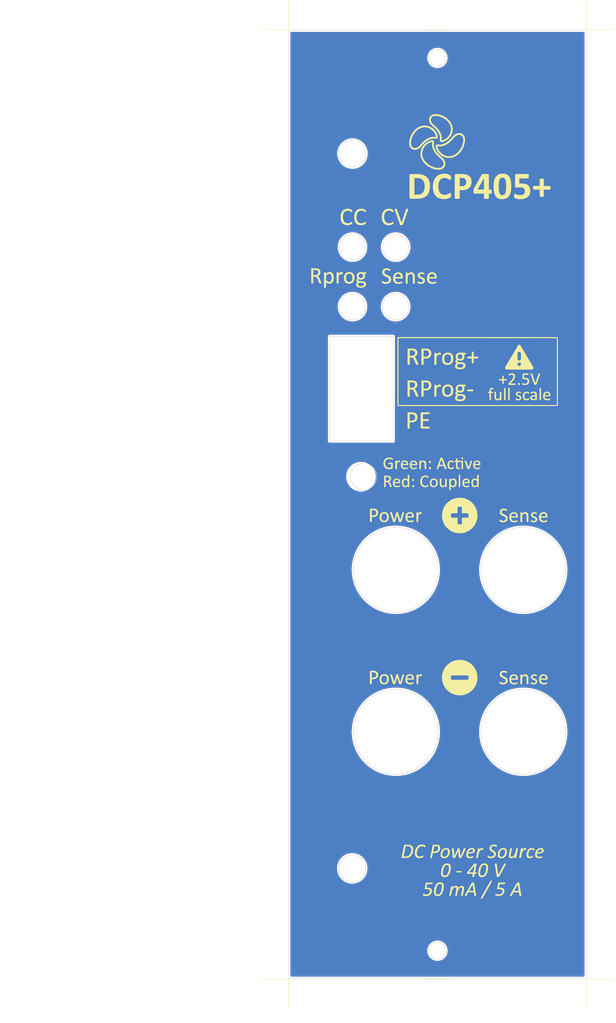
<source format=kicad_pcb>
(kicad_pcb (version 20241229) (generator "pcbnew") (generator_version "9.0")
  (title_block (title "DCP405+ Front mask") (date "2025-10-04") (rev "r4B2") (company "Envox d.o.o."))
  (layers (0 "F.Cu" signal) (2 "B.Cu" signal) (13 "F.Paste" user) (15 "B.Paste" user) (5 "F.SilkS" user "F.Silkscreen") (7 "B.SilkS" user "B.Silkscreen") (1 "F.Mask" user) (3 "B.Mask" user) (25 "Edge.Cuts" user))
  (net 0 "")
  (footprint "LOGO" (layer "F.Cu") (at 157.998358 94.248911)
    (property "Reference" "G***" (hide yes))
    (property "Value" "LOGO" (hide yes))
  )
  (gr_circle (center 149.3 91) (end 150.85 91) (stroke (width 0.05)) (fill no) (layer "Edge.Cuts"))
  (gr_line (start 175.5 38.5) (end 140.5 38.5) (stroke (width 0.05)) (layer "Edge.Cuts"))
  (gr_circle (center 158 146.75) (end 159 146.75) (stroke (width 0.05)) (fill no) (layer "Edge.Cuts"))
  (gr_line (start 175.5 150) (end 140.5 150) (stroke (width 0.05)) (layer "Edge.Cuts"))
  (gr_circle (center 147.97 137.062499) (end 149.57 137.062499) (stroke (width 0.05)) (fill no) (layer "Edge.Cuts"))
  (gr_circle (center 148 71) (end 149.55 71) (stroke (width 0.05)) (fill no) (layer "Edge.Cuts"))
  (gr_rect (start 145.3 74.5) (end 152.8 86.8) (stroke (width 0.05)) (fill no) (layer "Edge.Cuts"))
  (gr_circle (center 153.08 64) (end 154.63 64) (stroke (width 0.05)) (fill no) (layer "Edge.Cuts"))
  (gr_line (start 140.5 150) (end 140.5 38.5) (stroke (width 0.05)) (layer "Edge.Cuts"))
  (gr_line (start 175.5 38.5) (end 175.5 150) (stroke (width 0.05)) (layer "Edge.Cuts"))
  (gr_circle (center 153.1 121) (end 158.1 121) (stroke (width 0.05)) (fill no) (layer "Edge.Cuts"))
  (gr_circle (center 168.1 121) (end 173.1 121) (stroke (width 0.05)) (fill no) (layer "Edge.Cuts"))
  (gr_circle (center 168.1 101.95) (end 173.1 101.95) (stroke (width 0.05)) (fill no) (layer "Edge.Cuts"))
  (gr_circle (center 158 41.75) (end 159 41.75) (stroke (width 0.05)) (fill no) (layer "Edge.Cuts"))
  (gr_circle (center 153.08 71) (end 154.63 71) (stroke (width 0.05)) (fill no) (layer "Edge.Cuts"))
  (gr_circle (center 153.1 101.95) (end 158.1 101.95) (stroke (width 0.05)) (fill no) (layer "Edge.Cuts"))
  (gr_circle (center 148 64) (end 149.55 64) (stroke (width 0.05)) (fill no) (layer "Edge.Cuts"))
  (gr_circle (center 148 53) (end 149.6 53) (stroke (width 0.05)) (fill no) (layer "Edge.Cuts"))
  (zone (net 0) (net_name "") (layer "F.Cu") (connect_pads (clearance 0.2)) (min_thickness 0.25) (fill yes (thermal_gap 0.5) (thermal_bridge_width 0.5) (island_removal_mode 1) (island_area_min 10))
    (polygon (pts (xy 139.07 37.66) (xy 176.3 37.65) (xy 176.05 150.88) (xy 139.55 150.86)))
  )
  (zone (net 0) (net_name "") (layer "B.Cu") (connect_pads (clearance 0.2)) (min_thickness 0.25) (fill yes (thermal_gap 0.5) (thermal_bridge_width 0.5) (island_removal_mode 1) (island_area_min 10))
    (polygon (pts (xy 139.330895 37.659318) (xy 176.560895 37.649318) (xy 176.310895 150.879318) (xy 139.810895 150.859318)))
  )
)
</source>
